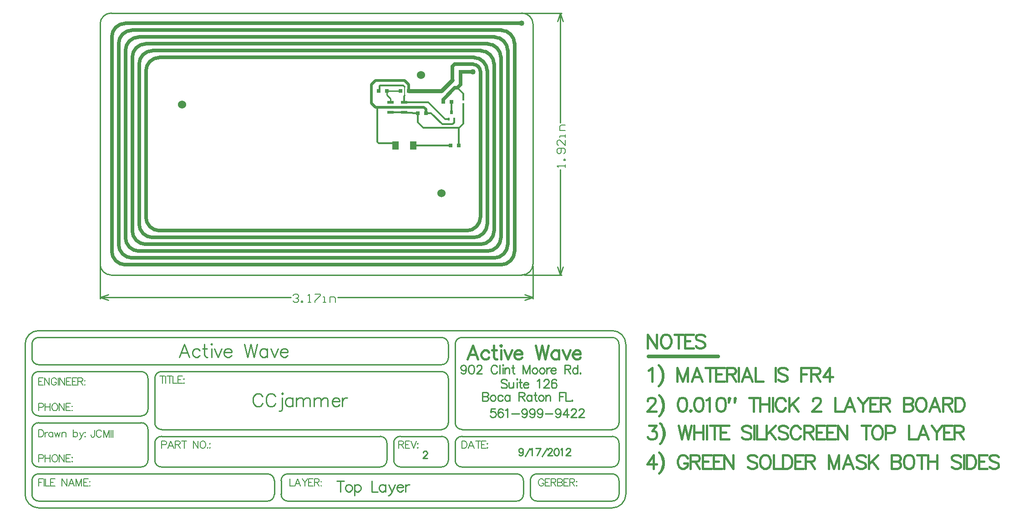
<source format=gtl>
%FSLAX25Y25*%
%MOIN*%
G70*
G01*
G75*
G04 Layer_Physical_Order=1*
G04 Layer_Color=255*
%ADD10C,0.02500*%
%ADD11C,0.06000*%
%ADD12R,0.05000X0.02000*%
%ADD13R,0.03000X0.03000*%
%ADD14R,0.01575X0.01575*%
%ADD15R,0.01575X0.02362*%
%ADD16R,0.01969X0.02756*%
%ADD17R,0.05118X0.06299*%
%ADD18C,0.01000*%
%ADD19C,0.02000*%
%ADD20C,0.01200*%
%ADD21C,0.03000*%
%ADD22C,0.00800*%
%ADD23C,0.00600*%
%ADD24C,0.00900*%
%ADD25C,0.01500*%
%ADD26C,0.00500*%
%ADD27C,0.04000*%
D10*
X18500Y184500D02*
G03*
X8500Y174500I0J-10000D01*
G01*
Y17500D02*
G03*
X18500Y7500I10000J0D01*
G01*
X293500D02*
G03*
X303500Y17500I0J10000D01*
G01*
Y169500D02*
G03*
X293500Y179500I-10000J0D01*
G01*
X23500D02*
G03*
X13500Y169500I0J-10000D01*
G01*
Y22500D02*
G03*
X23500Y12500I10000J0D01*
G01*
X288500D02*
G03*
X298500Y22500I0J10000D01*
G01*
Y164500D02*
G03*
X288500Y174500I-10000J0D01*
G01*
X28500D02*
G03*
X18500Y164500I0J-10000D01*
G01*
Y27500D02*
G03*
X28500Y17500I10000J0D01*
G01*
X283500D02*
G03*
X293500Y27500I0J10000D01*
G01*
Y159500D02*
G03*
X283500Y169500I-10000J0D01*
G01*
X33500D02*
G03*
X23500Y159500I0J-10000D01*
G01*
Y32500D02*
G03*
X33500Y22500I10000J0D01*
G01*
X278500D02*
G03*
X288500Y32500I0J10000D01*
G01*
Y154500D02*
G03*
X278500Y164500I-10000J0D01*
G01*
X38500D02*
G03*
X28500Y154500I0J-10000D01*
G01*
Y37500D02*
G03*
X38500Y27500I10000J0D01*
G01*
X273500D02*
G03*
X283500Y37500I0J10000D01*
G01*
Y149500D02*
G03*
X273500Y159500I-10000J0D01*
G01*
X278500Y149000D02*
G03*
X273000Y154500I-5500J0D01*
G01*
X268500Y32500D02*
G03*
X278500Y42500I0J10000D01*
G01*
X33500D02*
G03*
X43500Y32500I10000J0D01*
G01*
Y159500D02*
G03*
X33500Y149500I0J-10000D01*
G01*
X18500Y184500D02*
X308500D01*
X8500Y17500D02*
Y174500D01*
X18500Y7500D02*
X293500D01*
X303500Y17500D02*
Y169500D01*
X23500Y179500D02*
X293500D01*
X13500Y22500D02*
Y169500D01*
X23500Y12500D02*
X288500D01*
X298500Y22500D02*
Y164500D01*
X28500Y174500D02*
X288500D01*
X18500Y27500D02*
Y164500D01*
X28500Y17500D02*
X283500D01*
X293500Y27500D02*
Y159500D01*
X33500Y169500D02*
X283500D01*
X23500Y32500D02*
Y159500D01*
X33500Y22500D02*
X278500D01*
X288500Y32500D02*
Y154500D01*
X38500Y164500D02*
X278500D01*
X28500Y37500D02*
Y154500D01*
X38500Y27500D02*
X273500D01*
X283500Y37500D02*
Y149500D01*
X256000Y159500D02*
X273500D01*
X62500D02*
X256000D01*
X278500Y42500D02*
Y149000D01*
X259500Y154500D02*
X273000D01*
X43500Y32500D02*
X268500D01*
X33500Y42500D02*
Y149500D01*
X43500Y159500D02*
X62500D01*
X261577Y137177D02*
X264000Y139600D01*
X251200Y126800D02*
Y128700D01*
X259734Y137234D02*
X261519D01*
X251200Y128700D02*
X259734Y137234D01*
X264000Y139600D02*
Y143000D01*
Y149000D01*
X258000Y143000D02*
Y149000D01*
Y153000D01*
X259500Y154500D01*
X264000Y149000D02*
X273000D01*
X401800Y-59700D02*
X452800D01*
D11*
X235000Y146500D02*
D03*
X60000Y125000D02*
D03*
X250000Y60000D02*
D03*
D12*
X212600Y119150D02*
D03*
Y122950D02*
D03*
X222600Y119150D02*
D03*
X212600Y126650D02*
D03*
X222600D02*
D03*
D13*
X264000Y143000D02*
D03*
X258000D02*
D03*
X264000Y149000D02*
D03*
X258000D02*
D03*
X232600Y118600D02*
D03*
X238600D02*
D03*
X219900Y135000D02*
D03*
X225900D02*
D03*
X251200Y126800D02*
D03*
X257200D02*
D03*
X204100Y134900D02*
D03*
X210100D02*
D03*
X262800Y95100D02*
D03*
X256800D02*
D03*
D14*
X265900Y125325D02*
D03*
Y128475D02*
D03*
D15*
X259169Y114250D02*
D03*
X255231D02*
D03*
D16*
X257200Y119369D02*
D03*
D17*
X229196Y94800D02*
D03*
X216204D02*
D03*
D18*
X210100Y131900D02*
X212600Y129400D01*
Y126650D02*
Y129400D01*
X210100Y131900D02*
Y134900D01*
X210200Y135000D01*
X219900D01*
X225450Y122950D02*
X225500Y123000D01*
X175966Y-150902D02*
Y-158900D01*
X173300Y-150902D02*
X178632D01*
X181489Y-153568D02*
X180727Y-153949D01*
X179965Y-154710D01*
X179584Y-155853D01*
Y-156615D01*
X179965Y-157757D01*
X180727Y-158519D01*
X181489Y-158900D01*
X182631D01*
X183393Y-158519D01*
X184155Y-157757D01*
X184536Y-156615D01*
Y-155853D01*
X184155Y-154710D01*
X183393Y-153949D01*
X182631Y-153568D01*
X181489D01*
X186288D02*
Y-161566D01*
Y-154710D02*
X187049Y-153949D01*
X187811Y-153568D01*
X188954D01*
X189716Y-153949D01*
X190477Y-154710D01*
X190858Y-155853D01*
Y-156615D01*
X190477Y-157757D01*
X189716Y-158519D01*
X188954Y-158900D01*
X187811D01*
X187049Y-158519D01*
X186288Y-157757D01*
X198856Y-150902D02*
Y-158900D01*
X203427D01*
X208873Y-153568D02*
Y-158900D01*
Y-154710D02*
X208112Y-153949D01*
X207350Y-153568D01*
X206207D01*
X205446Y-153949D01*
X204684Y-154710D01*
X204303Y-155853D01*
Y-156615D01*
X204684Y-157757D01*
X205446Y-158519D01*
X206207Y-158900D01*
X207350D01*
X208112Y-158519D01*
X208873Y-157757D01*
X211387Y-153568D02*
X213672Y-158900D01*
X215957Y-153568D02*
X213672Y-158900D01*
X212911Y-160424D01*
X212149Y-161185D01*
X211387Y-161566D01*
X211006D01*
X217291Y-155853D02*
X221861D01*
Y-155091D01*
X221480Y-154330D01*
X221099Y-153949D01*
X220338Y-153568D01*
X219195D01*
X218433Y-153949D01*
X217671Y-154710D01*
X217291Y-155853D01*
Y-156615D01*
X217671Y-157757D01*
X218433Y-158519D01*
X219195Y-158900D01*
X220338D01*
X221099Y-158519D01*
X221861Y-157757D01*
X223575Y-153568D02*
Y-158900D01*
Y-155853D02*
X223956Y-154710D01*
X224718Y-153949D01*
X225479Y-153568D01*
X226622D01*
X310500Y192000D02*
X338000D01*
X310500Y0D02*
X338000D01*
X337000Y111495D02*
Y192000D01*
Y0D02*
Y77305D01*
X335000Y186000D02*
X337000Y192000D01*
X339000Y186000D01*
X337000Y0D02*
X339000Y6000D01*
X335000D02*
X337000Y0D01*
X317000Y-17500D02*
Y6516D01*
X0Y-17500D02*
Y6516D01*
X173995Y-16500D02*
X317000D01*
X0D02*
X139805D01*
X311000Y-14500D02*
X317000Y-16500D01*
X311000Y-18500D02*
X317000Y-16500D01*
X0D02*
X6000Y-18500D01*
X0Y-16500D02*
X6000Y-14500D01*
X-16Y8016D02*
G03*
X8000Y0I8016J0D01*
G01*
X8016Y192016D02*
G03*
X0Y184000I0J-8016D01*
G01*
X317016Y183984D02*
G03*
X309000Y192000I-8016J0D01*
G01*
Y0D02*
G03*
X317016Y8016I0J8016D01*
G01*
X8000Y0D02*
X309000D01*
X0Y8016D02*
Y184000D01*
X317000Y8016D02*
Y183984D01*
X8016Y192000D02*
X309000D01*
X127501Y-150794D02*
G03*
X122502Y-145794I-5000J0D01*
G01*
X122618Y-165794D02*
G03*
X127499Y-160827I84J4800D01*
G01*
X137502Y-145794D02*
G03*
X132501Y-150794I0J-5000D01*
G01*
Y-160794D02*
G03*
X137414Y-165793I5000J0D01*
G01*
X310001Y-150794D02*
G03*
X305001Y-145794I-5000J0D01*
G01*
X305118Y-165794D02*
G03*
X309999Y-160827I84J4800D01*
G01*
X315002Y-160894D02*
G03*
X319987Y-165793I4900J0D01*
G01*
X320002Y-145794D02*
G03*
X315002Y-150794I0J-5000D01*
G01*
X35002Y-75694D02*
G03*
X30101Y-70794I-4900J0D01*
G01*
X30202Y-103294D02*
G03*
X35002Y-98494I0J4800D01*
G01*
Y-113194D02*
G03*
X29930Y-108297I-4900J0D01*
G01*
X40001Y-108394D02*
G03*
X44901Y-113294I4900J0D01*
G01*
X40001Y-135894D02*
G03*
X44901Y-140794I4900J0D01*
G01*
X30101D02*
G03*
X35002Y-135894I0J4900D01*
G01*
X210001Y-123194D02*
G03*
X205101Y-118294I-4900J0D01*
G01*
Y-140794D02*
G03*
X210001Y-135809I0J4900D01*
G01*
X215002Y-135694D02*
G03*
X220012Y-140793I5100J0D01*
G01*
X219801Y-118294D02*
G03*
X215008Y-123345I0J-4800D01*
G01*
X45002Y-118294D02*
G03*
X40001Y-123294I0J-5000D01*
G01*
X45001Y-70794D02*
G03*
X40001Y-75794I0J-5000D01*
G01*
X-49999Y-135794D02*
G03*
X-45086Y-140793I5000J0D01*
G01*
X-44998Y-108294D02*
G03*
X-49999Y-113294I0J-5000D01*
G01*
Y-98294D02*
G03*
X-44998Y-103294I5000J0D01*
G01*
Y-70794D02*
G03*
X-49999Y-75794I0J-5000D01*
G01*
Y-60794D02*
G03*
X-44998Y-65794I5000J0D01*
G01*
Y-45794D02*
G03*
X-49999Y-50794I0J-5000D01*
G01*
X255001D02*
G03*
X250002Y-45794I-5000J0D01*
G01*
X265002D02*
G03*
X260001Y-50794I0J-5000D01*
G01*
X250002Y-65794D02*
G03*
X255001Y-60794I0J5000D01*
G01*
Y-75794D02*
G03*
X250002Y-70794I-5000J0D01*
G01*
X-44998Y-145794D02*
G03*
X-49999Y-150794I0J-5000D01*
G01*
X250089Y-113294D02*
G03*
X255002Y-108294I-87J5000D01*
G01*
X-49999Y-160794D02*
G03*
X-45086Y-165793I5000J0D01*
G01*
X255001Y-123194D02*
G03*
X250101Y-118294I-4900J0D01*
G01*
X260001Y-135894D02*
G03*
X264987Y-140793I4900J0D01*
G01*
X250002Y-140794D02*
G03*
X255001Y-135794I0J5000D01*
G01*
X375002Y-165794D02*
G03*
X380001Y-160794I0J5000D01*
G01*
X380002Y-150707D02*
G03*
X375002Y-145793I-5000J-87D01*
G01*
Y-140794D02*
G03*
X380001Y-135794I0J5000D01*
G01*
Y-50694D02*
G03*
X374931Y-45797I-4900J0D01*
G01*
X385001Y-50794D02*
G03*
X375002Y-40794I-10000J0D01*
G01*
Y-170794D02*
G03*
X385001Y-160794I0J10000D01*
G01*
X-54998Y-160694D02*
G03*
X-45075Y-170792I10100J0D01*
G01*
X-44998Y-40794D02*
G03*
X-54998Y-50794I0J-10000D01*
G01*
X260001Y-108294D02*
G03*
X265002Y-113294I5000J0D01*
G01*
X375002D02*
G03*
X380001Y-108294I0J5000D01*
G01*
X265002Y-118294D02*
G03*
X260001Y-123294I0J-5000D01*
G01*
X380001Y-123194D02*
G03*
X375101Y-118294I-4900J0D01*
G01*
X137502Y-165794D02*
X305001D01*
X-44998D02*
X122502D01*
X-44998Y-145794D02*
X122502D01*
X137502D02*
X305001D01*
X320002Y-165794D02*
X375002D01*
X320002Y-145794D02*
X375002D01*
X-44998Y-45794D02*
X250002D01*
X-44998Y-170794D02*
X375002D01*
X-44998Y-40794D02*
X375002D01*
X-44998Y-140794D02*
X30002D01*
X-44998Y-108294D02*
X30002D01*
X-44998Y-103294D02*
X30002D01*
X-44998Y-70794D02*
X30002D01*
X-44998Y-65794D02*
X250002D01*
X45002Y-70794D02*
X250002D01*
X45002Y-118294D02*
X205001D01*
X45002Y-140794D02*
X205001D01*
X220002D02*
X250002D01*
X220002Y-118294D02*
X250002D01*
X265002Y-140794D02*
X375002D01*
X265002Y-45794D02*
X375002D01*
X45002Y-113294D02*
X250002D01*
X265002D02*
X375002D01*
X265002Y-118294D02*
X375002D01*
X127501Y-160794D02*
Y-150794D01*
X132501Y-160794D02*
Y-150794D01*
X310001Y-160794D02*
Y-150794D01*
X315002Y-160794D02*
Y-150794D01*
X385001Y-160794D02*
Y-50794D01*
X-49999Y-135794D02*
Y-113294D01*
X35002Y-135794D02*
Y-113294D01*
X-49999Y-98294D02*
Y-75794D01*
X35002Y-98294D02*
Y-75794D01*
X-49999Y-60794D02*
Y-50794D01*
X255001Y-60794D02*
Y-50794D01*
Y-108294D02*
Y-75794D01*
X40001Y-108294D02*
Y-75794D01*
X210001Y-135794D02*
Y-123294D01*
X40001Y-135794D02*
Y-123294D01*
X215002Y-135794D02*
Y-123294D01*
X255001Y-135794D02*
Y-123294D01*
X380001Y-160794D02*
Y-150794D01*
X-49999Y-160794D02*
Y-150794D01*
X-54998Y-160794D02*
Y-50794D01*
X260001Y-108294D02*
Y-50794D01*
X380001Y-108294D02*
Y-50794D01*
X260001Y-135794D02*
Y-123294D01*
X380001Y-135794D02*
Y-123194D01*
X297875Y-77392D02*
X297266Y-76782D01*
X296352Y-76478D01*
X295133D01*
X294219Y-76782D01*
X293609Y-77392D01*
Y-78001D01*
X293914Y-78611D01*
X294219Y-78915D01*
X294828Y-79220D01*
X296656Y-79829D01*
X297266Y-80134D01*
X297570Y-80439D01*
X297875Y-81048D01*
Y-81962D01*
X297266Y-82572D01*
X296352Y-82876D01*
X295133D01*
X294219Y-82572D01*
X293609Y-81962D01*
X299307Y-78611D02*
Y-81658D01*
X299612Y-82572D01*
X300221Y-82876D01*
X301135D01*
X301745Y-82572D01*
X302659Y-81658D01*
Y-78611D02*
Y-82876D01*
X304944Y-76478D02*
X305249Y-76782D01*
X305554Y-76478D01*
X305249Y-76173D01*
X304944Y-76478D01*
X305249Y-78611D02*
Y-82876D01*
X307595Y-76478D02*
Y-81658D01*
X307900Y-82572D01*
X308509Y-82876D01*
X309119D01*
X306681Y-78611D02*
X308814D01*
X310033Y-80439D02*
X313689D01*
Y-79829D01*
X313384Y-79220D01*
X313080Y-78915D01*
X312470Y-78611D01*
X311556D01*
X310947Y-78915D01*
X310337Y-79525D01*
X310033Y-80439D01*
Y-81048D01*
X310337Y-81962D01*
X310947Y-82572D01*
X311556Y-82876D01*
X312470D01*
X313080Y-82572D01*
X313689Y-81962D01*
X320088Y-77697D02*
X320697Y-77392D01*
X321611Y-76478D01*
Y-82876D01*
X325085Y-78001D02*
Y-77697D01*
X325389Y-77087D01*
X325694Y-76782D01*
X326303Y-76478D01*
X327522D01*
X328132Y-76782D01*
X328436Y-77087D01*
X328741Y-77697D01*
Y-78306D01*
X328436Y-78915D01*
X327827Y-79829D01*
X324780Y-82876D01*
X329046D01*
X334134Y-77392D02*
X333829Y-76782D01*
X332915Y-76478D01*
X332306D01*
X331392Y-76782D01*
X330783Y-77697D01*
X330478Y-79220D01*
Y-80743D01*
X330783Y-81962D01*
X331392Y-82572D01*
X332306Y-82876D01*
X332611D01*
X333525Y-82572D01*
X334134Y-81962D01*
X334439Y-81048D01*
Y-80743D01*
X334134Y-79829D01*
X333525Y-79220D01*
X332611Y-78915D01*
X332306D01*
X331392Y-79220D01*
X330783Y-79829D01*
X330478Y-80743D01*
X289266Y-97978D02*
X286219D01*
X285914Y-100720D01*
X286219Y-100415D01*
X287133Y-100111D01*
X288047D01*
X288961Y-100415D01*
X289570Y-101025D01*
X289875Y-101939D01*
Y-102548D01*
X289570Y-103462D01*
X288961Y-104072D01*
X288047Y-104376D01*
X287133D01*
X286219Y-104072D01*
X285914Y-103767D01*
X285610Y-103158D01*
X294964Y-98892D02*
X294659Y-98282D01*
X293745Y-97978D01*
X293135D01*
X292221Y-98282D01*
X291612Y-99196D01*
X291307Y-100720D01*
Y-102243D01*
X291612Y-103462D01*
X292221Y-104072D01*
X293135Y-104376D01*
X293440D01*
X294354Y-104072D01*
X294964Y-103462D01*
X295268Y-102548D01*
Y-102243D01*
X294964Y-101329D01*
X294354Y-100720D01*
X293440Y-100415D01*
X293135D01*
X292221Y-100720D01*
X291612Y-101329D01*
X291307Y-102243D01*
X296670Y-99196D02*
X297279Y-98892D01*
X298193Y-97978D01*
Y-104376D01*
X301362Y-101634D02*
X306847D01*
X312697Y-100111D02*
X312392Y-101025D01*
X311783Y-101634D01*
X310869Y-101939D01*
X310564D01*
X309650Y-101634D01*
X309041Y-101025D01*
X308736Y-100111D01*
Y-99806D01*
X309041Y-98892D01*
X309650Y-98282D01*
X310564Y-97978D01*
X310869D01*
X311783Y-98282D01*
X312392Y-98892D01*
X312697Y-100111D01*
Y-101634D01*
X312392Y-103158D01*
X311783Y-104072D01*
X310869Y-104376D01*
X310259D01*
X309345Y-104072D01*
X309041Y-103462D01*
X318395Y-100111D02*
X318090Y-101025D01*
X317481Y-101634D01*
X316567Y-101939D01*
X316262D01*
X315348Y-101634D01*
X314738Y-101025D01*
X314434Y-100111D01*
Y-99806D01*
X314738Y-98892D01*
X315348Y-98282D01*
X316262Y-97978D01*
X316567D01*
X317481Y-98282D01*
X318090Y-98892D01*
X318395Y-100111D01*
Y-101634D01*
X318090Y-103158D01*
X317481Y-104072D01*
X316567Y-104376D01*
X315957D01*
X315043Y-104072D01*
X314738Y-103462D01*
X324093Y-100111D02*
X323788Y-101025D01*
X323179Y-101634D01*
X322265Y-101939D01*
X321960D01*
X321046Y-101634D01*
X320436Y-101025D01*
X320132Y-100111D01*
Y-99806D01*
X320436Y-98892D01*
X321046Y-98282D01*
X321960Y-97978D01*
X322265D01*
X323179Y-98282D01*
X323788Y-98892D01*
X324093Y-100111D01*
Y-101634D01*
X323788Y-103158D01*
X323179Y-104072D01*
X322265Y-104376D01*
X321655D01*
X320741Y-104072D01*
X320436Y-103462D01*
X325829Y-101634D02*
X331314D01*
X337164Y-100111D02*
X336859Y-101025D01*
X336250Y-101634D01*
X335336Y-101939D01*
X335031D01*
X334117Y-101634D01*
X333508Y-101025D01*
X333203Y-100111D01*
Y-99806D01*
X333508Y-98892D01*
X334117Y-98282D01*
X335031Y-97978D01*
X335336D01*
X336250Y-98282D01*
X336859Y-98892D01*
X337164Y-100111D01*
Y-101634D01*
X336859Y-103158D01*
X336250Y-104072D01*
X335336Y-104376D01*
X334727D01*
X333812Y-104072D01*
X333508Y-103462D01*
X341948Y-97978D02*
X338901Y-102243D01*
X343471D01*
X341948Y-97978D02*
Y-104376D01*
X344903Y-99501D02*
Y-99196D01*
X345208Y-98587D01*
X345513Y-98282D01*
X346122Y-97978D01*
X347341D01*
X347950Y-98282D01*
X348255Y-98587D01*
X348560Y-99196D01*
Y-99806D01*
X348255Y-100415D01*
X347646Y-101329D01*
X344599Y-104376D01*
X348865D01*
X350601Y-99501D02*
Y-99196D01*
X350906Y-98587D01*
X351211Y-98282D01*
X351820Y-97978D01*
X353039D01*
X353648Y-98282D01*
X353953Y-98587D01*
X354258Y-99196D01*
Y-99806D01*
X353953Y-100415D01*
X353344Y-101329D01*
X350297Y-104376D01*
X354562D01*
X268071Y-68111D02*
X267766Y-69025D01*
X267156Y-69634D01*
X266242Y-69939D01*
X265938D01*
X265024Y-69634D01*
X264414Y-69025D01*
X264109Y-68111D01*
Y-67806D01*
X264414Y-66892D01*
X265024Y-66282D01*
X265938Y-65978D01*
X266242D01*
X267156Y-66282D01*
X267766Y-66892D01*
X268071Y-68111D01*
Y-69634D01*
X267766Y-71158D01*
X267156Y-72072D01*
X266242Y-72376D01*
X265633D01*
X264719Y-72072D01*
X264414Y-71462D01*
X271636Y-65978D02*
X270721Y-66282D01*
X270112Y-67197D01*
X269807Y-68720D01*
Y-69634D01*
X270112Y-71158D01*
X270721Y-72072D01*
X271636Y-72376D01*
X272245D01*
X273159Y-72072D01*
X273768Y-71158D01*
X274073Y-69634D01*
Y-68720D01*
X273768Y-67197D01*
X273159Y-66282D01*
X272245Y-65978D01*
X271636D01*
X275810Y-67501D02*
Y-67197D01*
X276115Y-66587D01*
X276419Y-66282D01*
X277029Y-65978D01*
X278247D01*
X278857Y-66282D01*
X279162Y-66587D01*
X279466Y-67197D01*
Y-67806D01*
X279162Y-68415D01*
X278552Y-69329D01*
X275505Y-72376D01*
X279771D01*
X290801Y-67501D02*
X290496Y-66892D01*
X289887Y-66282D01*
X289277Y-65978D01*
X288059D01*
X287449Y-66282D01*
X286840Y-66892D01*
X286535Y-67501D01*
X286230Y-68415D01*
Y-69939D01*
X286535Y-70853D01*
X286840Y-71462D01*
X287449Y-72072D01*
X288059Y-72376D01*
X289277D01*
X289887Y-72072D01*
X290496Y-71462D01*
X290801Y-70853D01*
X292599Y-65978D02*
Y-72376D01*
X294549Y-65978D02*
X294853Y-66282D01*
X295158Y-65978D01*
X294853Y-65673D01*
X294549Y-65978D01*
X294853Y-68111D02*
Y-72376D01*
X296285Y-68111D02*
Y-72376D01*
Y-69329D02*
X297200Y-68415D01*
X297809Y-68111D01*
X298723D01*
X299332Y-68415D01*
X299637Y-69329D01*
Y-72376D01*
X302227Y-65978D02*
Y-71158D01*
X302532Y-72072D01*
X303141Y-72376D01*
X303750D01*
X301313Y-68111D02*
X303446D01*
X309692Y-65978D02*
Y-72376D01*
Y-65978D02*
X312130Y-72376D01*
X314567Y-65978D02*
X312130Y-72376D01*
X314567Y-65978D02*
Y-72376D01*
X317919Y-68111D02*
X317309Y-68415D01*
X316700Y-69025D01*
X316395Y-69939D01*
Y-70548D01*
X316700Y-71462D01*
X317309Y-72072D01*
X317919Y-72376D01*
X318833D01*
X319442Y-72072D01*
X320052Y-71462D01*
X320356Y-70548D01*
Y-69939D01*
X320052Y-69025D01*
X319442Y-68415D01*
X318833Y-68111D01*
X317919D01*
X323282D02*
X322672Y-68415D01*
X322063Y-69025D01*
X321758Y-69939D01*
Y-70548D01*
X322063Y-71462D01*
X322672Y-72072D01*
X323282Y-72376D01*
X324196D01*
X324805Y-72072D01*
X325414Y-71462D01*
X325719Y-70548D01*
Y-69939D01*
X325414Y-69025D01*
X324805Y-68415D01*
X324196Y-68111D01*
X323282D01*
X327121D02*
Y-72376D01*
Y-69939D02*
X327425Y-69025D01*
X328035Y-68415D01*
X328644Y-68111D01*
X329558D01*
X330137Y-69939D02*
X333794D01*
Y-69329D01*
X333489Y-68720D01*
X333184Y-68415D01*
X332575Y-68111D01*
X331661D01*
X331051Y-68415D01*
X330442Y-69025D01*
X330137Y-69939D01*
Y-70548D01*
X330442Y-71462D01*
X331051Y-72072D01*
X331661Y-72376D01*
X332575D01*
X333184Y-72072D01*
X333794Y-71462D01*
X340192Y-65978D02*
Y-72376D01*
Y-65978D02*
X342934D01*
X343849Y-66282D01*
X344153Y-66587D01*
X344458Y-67197D01*
Y-67806D01*
X344153Y-68415D01*
X343849Y-68720D01*
X342934Y-69025D01*
X340192D01*
X342325D02*
X344458Y-72376D01*
X349546Y-65978D02*
Y-72376D01*
Y-69025D02*
X348937Y-68415D01*
X348328Y-68111D01*
X347413D01*
X346804Y-68415D01*
X346195Y-69025D01*
X345890Y-69939D01*
Y-70548D01*
X346195Y-71462D01*
X346804Y-72072D01*
X347413Y-72376D01*
X348328D01*
X348937Y-72072D01*
X349546Y-71462D01*
X351557Y-71767D02*
X351253Y-72072D01*
X351557Y-72376D01*
X351862Y-72072D01*
X351557Y-71767D01*
X280110Y-85978D02*
Y-92376D01*
Y-85978D02*
X282852D01*
X283766Y-86282D01*
X284070Y-86587D01*
X284375Y-87196D01*
Y-87806D01*
X284070Y-88415D01*
X283766Y-88720D01*
X282852Y-89025D01*
X280110D02*
X282852D01*
X283766Y-89329D01*
X284070Y-89634D01*
X284375Y-90244D01*
Y-91158D01*
X284070Y-91767D01*
X283766Y-92072D01*
X282852Y-92376D01*
X280110D01*
X287331Y-88111D02*
X286721Y-88415D01*
X286112Y-89025D01*
X285807Y-89939D01*
Y-90548D01*
X286112Y-91462D01*
X286721Y-92072D01*
X287331Y-92376D01*
X288245D01*
X288854Y-92072D01*
X289464Y-91462D01*
X289768Y-90548D01*
Y-89939D01*
X289464Y-89025D01*
X288854Y-88415D01*
X288245Y-88111D01*
X287331D01*
X294826Y-89025D02*
X294217Y-88415D01*
X293607Y-88111D01*
X292693D01*
X292084Y-88415D01*
X291475Y-89025D01*
X291170Y-89939D01*
Y-90548D01*
X291475Y-91462D01*
X292084Y-92072D01*
X292693Y-92376D01*
X293607D01*
X294217Y-92072D01*
X294826Y-91462D01*
X299854Y-88111D02*
Y-92376D01*
Y-89025D02*
X299244Y-88415D01*
X298635Y-88111D01*
X297721D01*
X297112Y-88415D01*
X296502Y-89025D01*
X296197Y-89939D01*
Y-90548D01*
X296502Y-91462D01*
X297112Y-92072D01*
X297721Y-92376D01*
X298635D01*
X299244Y-92072D01*
X299854Y-91462D01*
X306588Y-85978D02*
Y-92376D01*
Y-85978D02*
X309330D01*
X310244Y-86282D01*
X310549Y-86587D01*
X310853Y-87196D01*
Y-87806D01*
X310549Y-88415D01*
X310244Y-88720D01*
X309330Y-89025D01*
X306588D01*
X308720D02*
X310853Y-92376D01*
X315942Y-88111D02*
Y-92376D01*
Y-89025D02*
X315332Y-88415D01*
X314723Y-88111D01*
X313809D01*
X313199Y-88415D01*
X312590Y-89025D01*
X312285Y-89939D01*
Y-90548D01*
X312590Y-91462D01*
X313199Y-92072D01*
X313809Y-92376D01*
X314723D01*
X315332Y-92072D01*
X315942Y-91462D01*
X318562Y-85978D02*
Y-91158D01*
X318867Y-92072D01*
X319476Y-92376D01*
X320086D01*
X317648Y-88111D02*
X319781D01*
X322523D02*
X321914Y-88415D01*
X321304Y-89025D01*
X321000Y-89939D01*
Y-90548D01*
X321304Y-91462D01*
X321914Y-92072D01*
X322523Y-92376D01*
X323437D01*
X324047Y-92072D01*
X324656Y-91462D01*
X324961Y-90548D01*
Y-89939D01*
X324656Y-89025D01*
X324047Y-88415D01*
X323437Y-88111D01*
X322523D01*
X326362D02*
Y-92376D01*
Y-89329D02*
X327276Y-88415D01*
X327886Y-88111D01*
X328800D01*
X329409Y-88415D01*
X329714Y-89329D01*
Y-92376D01*
X336417Y-85978D02*
Y-92376D01*
Y-85978D02*
X340378D01*
X336417Y-89025D02*
X338855D01*
X341110Y-85978D02*
Y-92376D01*
X344766D01*
X345772Y-91767D02*
X345467Y-92072D01*
X345772Y-92376D01*
X346076Y-92072D01*
X345772Y-91767D01*
D19*
X212600Y122950D02*
X225450D01*
X251050Y126650D02*
X251200Y126800D01*
X225450Y122950D02*
X237050D01*
X238500Y121500D01*
Y118700D02*
Y121500D01*
Y118700D02*
X238600Y118600D01*
X198500Y126000D02*
X201550Y122950D01*
X198500Y126000D02*
Y139500D01*
X201500Y142500D01*
X223000D01*
X226000Y139500D01*
Y135100D02*
Y139500D01*
X225900Y135000D02*
X226000Y135100D01*
X229196Y94800D02*
X229496Y95100D01*
X214504Y96500D02*
X216204Y94800D01*
X203000Y122450D02*
X203500Y122950D01*
X201550D02*
X203500D01*
X212600D01*
D20*
X222600Y119150D02*
X222750Y119000D01*
X228500D01*
X228900Y118600D01*
X232600D01*
X232685Y118685D01*
X212600Y119150D02*
X222600D01*
X257200Y119500D02*
Y126800D01*
X265900Y128475D02*
Y132853D01*
X261577Y137177D02*
X265900Y132853D01*
Y110900D02*
Y125325D01*
X232500Y118500D02*
X232600Y118600D01*
X232500Y112000D02*
Y118500D01*
X263000Y108000D02*
X265900Y110900D01*
X232500Y112000D02*
X236500Y108000D01*
X263000D01*
X222600Y126650D02*
X240350D01*
X259169Y111669D02*
Y114250D01*
X238600Y118600D02*
X242400D01*
X258000Y110500D02*
X259169Y111669D01*
X242400Y118600D02*
X250500Y110500D01*
X258000D01*
X252750Y114250D02*
X255231D01*
X240350Y126650D02*
X252750Y114250D01*
X222600Y131100D02*
X223000Y131500D01*
X222600Y126650D02*
Y131100D01*
X204100Y134900D02*
X204500Y135300D01*
Y138500D01*
X205000Y139000D01*
X222000D01*
X223000Y138000D01*
X229496Y95100D02*
X256800D01*
X204000Y96500D02*
X214504D01*
X203000Y97500D02*
X204000Y96500D01*
X203000Y97500D02*
Y99500D01*
Y122450D01*
X262800Y95100D02*
Y107800D01*
X263000Y108000D01*
D21*
X225900Y135000D02*
X250000D01*
X258000Y143000D01*
D22*
X223000Y131500D02*
Y138000D01*
X-4163Y-113567D02*
Y-117630D01*
X-4417Y-118392D01*
X-4671Y-118646D01*
X-5179Y-118900D01*
X-5686D01*
X-6194Y-118646D01*
X-6448Y-118392D01*
X-6702Y-117630D01*
Y-117122D01*
X1017Y-114837D02*
X763Y-114329D01*
X255Y-113821D01*
X-253Y-113567D01*
X-1268D01*
X-1776Y-113821D01*
X-2284Y-114329D01*
X-2538Y-114837D01*
X-2792Y-115599D01*
Y-116868D01*
X-2538Y-117630D01*
X-2284Y-118138D01*
X-1776Y-118646D01*
X-1268Y-118900D01*
X-253D01*
X255Y-118646D01*
X763Y-118138D01*
X1017Y-117630D01*
X2515Y-113567D02*
Y-118900D01*
Y-113567D02*
X4546Y-118900D01*
X6578Y-113567D02*
X4546Y-118900D01*
X6578Y-113567D02*
Y-118900D01*
X8101Y-113567D02*
Y-118900D01*
X9218Y-113567D02*
Y-118900D01*
D23*
X340599Y78905D02*
Y80904D01*
Y79905D01*
X334601D01*
X335601Y78905D01*
X340599Y83903D02*
X339599D01*
Y84903D01*
X340599D01*
Y83903D01*
X339599Y88902D02*
X340599Y89901D01*
Y91901D01*
X339599Y92901D01*
X335601D01*
X334601Y91901D01*
Y89901D01*
X335601Y88902D01*
X336600D01*
X337600Y89901D01*
Y92901D01*
X340599Y98899D02*
Y94900D01*
X336600Y98899D01*
X335601D01*
X334601Y97899D01*
Y95899D01*
X335601Y94900D01*
X340599Y100898D02*
Y102897D01*
Y101898D01*
X336600D01*
Y100898D01*
X340599Y105896D02*
X336600D01*
Y108895D01*
X337600Y109895D01*
X340599D01*
X141405Y-15101D02*
X142405Y-14101D01*
X144404D01*
X145404Y-15101D01*
Y-16100D01*
X144404Y-17100D01*
X143404D01*
X144404D01*
X145404Y-18100D01*
Y-19099D01*
X144404Y-20099D01*
X142405D01*
X141405Y-19099D01*
X147403Y-20099D02*
Y-19099D01*
X148403D01*
Y-20099D01*
X147403D01*
X152401D02*
X154401D01*
X153401D01*
Y-14101D01*
X152401Y-15101D01*
X157400Y-14101D02*
X161398D01*
Y-15101D01*
X157400Y-19099D01*
Y-20099D01*
X163398D02*
X165397D01*
X164398D01*
Y-16100D01*
X163398D01*
X168396Y-20099D02*
Y-16100D01*
X171395D01*
X172395Y-17100D01*
Y-20099D01*
D24*
X309779Y-128785D02*
X309525Y-129547D01*
X309018Y-130055D01*
X308256Y-130309D01*
X308002D01*
X307240Y-130055D01*
X306733Y-129547D01*
X306479Y-128785D01*
Y-128531D01*
X306733Y-127769D01*
X307240Y-127262D01*
X308002Y-127008D01*
X308256D01*
X309018Y-127262D01*
X309525Y-127769D01*
X309779Y-128785D01*
Y-130055D01*
X309525Y-131324D01*
X309018Y-132086D01*
X308256Y-132340D01*
X307748D01*
X306986Y-132086D01*
X306733Y-131578D01*
X311227Y-133102D02*
X314782Y-127008D01*
X315137Y-128023D02*
X315645Y-127769D01*
X316407Y-127008D01*
Y-132340D01*
X322602Y-127008D02*
X320063Y-132340D01*
X319047Y-127008D02*
X322602D01*
X323796Y-133102D02*
X327350Y-127008D01*
X327960Y-128277D02*
Y-128023D01*
X328214Y-127516D01*
X328468Y-127262D01*
X328976Y-127008D01*
X329991D01*
X330499Y-127262D01*
X330753Y-127516D01*
X331007Y-128023D01*
Y-128531D01*
X330753Y-129039D01*
X330245Y-129801D01*
X327706Y-132340D01*
X331261D01*
X333978Y-127008D02*
X333216Y-127262D01*
X332708Y-128023D01*
X332454Y-129293D01*
Y-130055D01*
X332708Y-131324D01*
X333216Y-132086D01*
X333978Y-132340D01*
X334486D01*
X335247Y-132086D01*
X335755Y-131324D01*
X336009Y-130055D01*
Y-129293D01*
X335755Y-128023D01*
X335247Y-127262D01*
X334486Y-127008D01*
X333978D01*
X337203Y-128023D02*
X337710Y-127769D01*
X338472Y-127008D01*
Y-132340D01*
X341367Y-128277D02*
Y-128023D01*
X341621Y-127516D01*
X341875Y-127262D01*
X342382Y-127008D01*
X343398D01*
X343906Y-127262D01*
X344160Y-127516D01*
X344414Y-128023D01*
Y-128531D01*
X344160Y-129039D01*
X343652Y-129801D01*
X341113Y-132340D01*
X344668D01*
X65314Y-60294D02*
X61658Y-50696D01*
X58001Y-60294D01*
X59373Y-57095D02*
X63943D01*
X73038Y-55267D02*
X72124Y-54352D01*
X71210Y-53895D01*
X69839D01*
X68925Y-54352D01*
X68011Y-55267D01*
X67554Y-56638D01*
Y-57552D01*
X68011Y-58923D01*
X68925Y-59837D01*
X69839Y-60294D01*
X71210D01*
X72124Y-59837D01*
X73038Y-58923D01*
X76466Y-50696D02*
Y-58466D01*
X76923Y-59837D01*
X77837Y-60294D01*
X78751D01*
X75095Y-53895D02*
X78294D01*
X81036Y-50696D02*
X81494Y-51153D01*
X81950Y-50696D01*
X81494Y-50239D01*
X81036Y-50696D01*
X81494Y-53895D02*
Y-60294D01*
X83642Y-53895D02*
X86384Y-60294D01*
X89126Y-53895D02*
X86384Y-60294D01*
X90680Y-56638D02*
X96165D01*
Y-55724D01*
X95708Y-54809D01*
X95250Y-54352D01*
X94336Y-53895D01*
X92965D01*
X92051Y-54352D01*
X91137Y-55267D01*
X90680Y-56638D01*
Y-57552D01*
X91137Y-58923D01*
X92051Y-59837D01*
X92965Y-60294D01*
X94336D01*
X95250Y-59837D01*
X96165Y-58923D01*
X105763Y-50696D02*
X108048Y-60294D01*
X110333Y-50696D02*
X108048Y-60294D01*
X110333Y-50696D02*
X112618Y-60294D01*
X114903Y-50696D02*
X112618Y-60294D01*
X122308Y-53895D02*
Y-60294D01*
Y-55267D02*
X121394Y-54352D01*
X120479Y-53895D01*
X119108D01*
X118194Y-54352D01*
X117280Y-55267D01*
X116823Y-56638D01*
Y-57552D01*
X117280Y-58923D01*
X118194Y-59837D01*
X119108Y-60294D01*
X120479D01*
X121394Y-59837D01*
X122308Y-58923D01*
X124867Y-53895D02*
X127609Y-60294D01*
X130352Y-53895D02*
X127609Y-60294D01*
X131905Y-56638D02*
X137390D01*
Y-55724D01*
X136933Y-54809D01*
X136476Y-54352D01*
X135562Y-53895D01*
X134191D01*
X133277Y-54352D01*
X132363Y-55267D01*
X131905Y-56638D01*
Y-57552D01*
X132363Y-58923D01*
X133277Y-59837D01*
X134191Y-60294D01*
X135562D01*
X136476Y-59837D01*
X137390Y-58923D01*
X118856Y-89187D02*
X118399Y-88273D01*
X117484Y-87359D01*
X116570Y-86902D01*
X114742D01*
X113828Y-87359D01*
X112914Y-88273D01*
X112457Y-89187D01*
X112000Y-90558D01*
Y-92844D01*
X112457Y-94215D01*
X112914Y-95129D01*
X113828Y-96043D01*
X114742Y-96500D01*
X116570D01*
X117484Y-96043D01*
X118399Y-95129D01*
X118856Y-94215D01*
X128408Y-89187D02*
X127951Y-88273D01*
X127037Y-87359D01*
X126123Y-86902D01*
X124294D01*
X123380Y-87359D01*
X122466Y-88273D01*
X122009Y-89187D01*
X121552Y-90558D01*
Y-92844D01*
X122009Y-94215D01*
X122466Y-95129D01*
X123380Y-96043D01*
X124294Y-96500D01*
X126123D01*
X127037Y-96043D01*
X127951Y-95129D01*
X128408Y-94215D01*
X132933Y-86902D02*
X133390Y-87359D01*
X133847Y-86902D01*
X133390Y-86445D01*
X132933Y-86902D01*
X133390Y-90101D02*
Y-97871D01*
X132933Y-99242D01*
X132019Y-99699D01*
X131105D01*
X141114Y-90101D02*
Y-96500D01*
Y-91473D02*
X140200Y-90558D01*
X139286Y-90101D01*
X137914D01*
X137000Y-90558D01*
X136086Y-91473D01*
X135629Y-92844D01*
Y-93758D01*
X136086Y-95129D01*
X137000Y-96043D01*
X137914Y-96500D01*
X139286D01*
X140200Y-96043D01*
X141114Y-95129D01*
X143673Y-90101D02*
Y-96500D01*
Y-91930D02*
X145044Y-90558D01*
X145958Y-90101D01*
X147330D01*
X148244Y-90558D01*
X148701Y-91930D01*
Y-96500D01*
Y-91930D02*
X150072Y-90558D01*
X150986Y-90101D01*
X152357D01*
X153271Y-90558D01*
X153728Y-91930D01*
Y-96500D01*
X156745Y-90101D02*
Y-96500D01*
Y-91930D02*
X158116Y-90558D01*
X159030Y-90101D01*
X160401D01*
X161315Y-90558D01*
X161772Y-91930D01*
Y-96500D01*
Y-91930D02*
X163143Y-90558D01*
X164057Y-90101D01*
X165428D01*
X166343Y-90558D01*
X166800Y-91930D01*
Y-96500D01*
X169816Y-92844D02*
X175301D01*
Y-91930D01*
X174844Y-91015D01*
X174387Y-90558D01*
X173472Y-90101D01*
X172101D01*
X171187Y-90558D01*
X170273Y-91473D01*
X169816Y-92844D01*
Y-93758D01*
X170273Y-95129D01*
X171187Y-96043D01*
X172101Y-96500D01*
X173472D01*
X174387Y-96043D01*
X175301Y-95129D01*
X177357Y-90101D02*
Y-96500D01*
Y-92844D02*
X177814Y-91473D01*
X178728Y-90558D01*
X179643Y-90101D01*
X181014D01*
X236505Y-130481D02*
Y-130227D01*
X236759Y-129720D01*
X237013Y-129466D01*
X237521Y-129212D01*
X238537D01*
X239044Y-129466D01*
X239298Y-129720D01*
X239552Y-130227D01*
Y-130735D01*
X239298Y-131243D01*
X238790Y-132005D01*
X236251Y-134544D01*
X239806D01*
D25*
X276727Y-61876D02*
X272918Y-51878D01*
X269110Y-61876D01*
X270538Y-58544D02*
X275299D01*
X284773Y-56639D02*
X283821Y-55687D01*
X282868Y-55211D01*
X281440D01*
X280488Y-55687D01*
X279536Y-56639D01*
X279060Y-58068D01*
Y-59020D01*
X279536Y-60448D01*
X280488Y-61400D01*
X281440Y-61876D01*
X282868D01*
X283821Y-61400D01*
X284773Y-60448D01*
X288343Y-51878D02*
Y-59972D01*
X288820Y-61400D01*
X289772Y-61876D01*
X290724D01*
X286915Y-55211D02*
X290248D01*
X293104Y-51878D02*
X293580Y-52355D01*
X294057Y-51878D01*
X293580Y-51402D01*
X293104Y-51878D01*
X293580Y-55211D02*
Y-61876D01*
X295818Y-55211D02*
X298675Y-61876D01*
X301531Y-55211D02*
X298675Y-61876D01*
X303150Y-58068D02*
X308863D01*
Y-57116D01*
X308387Y-56163D01*
X307911Y-55687D01*
X306959Y-55211D01*
X305530D01*
X304578Y-55687D01*
X303626Y-56639D01*
X303150Y-58068D01*
Y-59020D01*
X303626Y-60448D01*
X304578Y-61400D01*
X305530Y-61876D01*
X306959D01*
X307911Y-61400D01*
X308863Y-60448D01*
X318861Y-51878D02*
X321241Y-61876D01*
X323622Y-51878D02*
X321241Y-61876D01*
X323622Y-51878D02*
X326002Y-61876D01*
X328382Y-51878D02*
X326002Y-61876D01*
X336095Y-55211D02*
Y-61876D01*
Y-56639D02*
X335143Y-55687D01*
X334191Y-55211D01*
X332763D01*
X331810Y-55687D01*
X330858Y-56639D01*
X330382Y-58068D01*
Y-59020D01*
X330858Y-60448D01*
X331810Y-61400D01*
X332763Y-61876D01*
X334191D01*
X335143Y-61400D01*
X336095Y-60448D01*
X338761Y-55211D02*
X341618Y-61876D01*
X344474Y-55211D02*
X341618Y-61876D01*
X346093Y-58068D02*
X351806D01*
Y-57116D01*
X351330Y-56163D01*
X350854Y-55687D01*
X349902Y-55211D01*
X348473D01*
X347521Y-55687D01*
X346569Y-56639D01*
X346093Y-58068D01*
Y-59020D01*
X346569Y-60448D01*
X347521Y-61400D01*
X348473Y-61876D01*
X349902D01*
X350854Y-61400D01*
X351806Y-60448D01*
X401100Y-43602D02*
Y-53600D01*
Y-43602D02*
X407765Y-53600D01*
Y-43602D02*
Y-53600D01*
X413383Y-43602D02*
X412431Y-44078D01*
X411479Y-45030D01*
X411003Y-45983D01*
X410527Y-47411D01*
Y-49791D01*
X411003Y-51220D01*
X411479Y-52172D01*
X412431Y-53124D01*
X413383Y-53600D01*
X415287D01*
X416240Y-53124D01*
X417192Y-52172D01*
X417668Y-51220D01*
X418144Y-49791D01*
Y-47411D01*
X417668Y-45983D01*
X417192Y-45030D01*
X416240Y-44078D01*
X415287Y-43602D01*
X413383D01*
X423809D02*
Y-53600D01*
X420477Y-43602D02*
X427142D01*
X434521D02*
X428332D01*
Y-53600D01*
X434521D01*
X428332Y-48363D02*
X432141D01*
X442853Y-45030D02*
X441901Y-44078D01*
X440473Y-43602D01*
X438568D01*
X437140Y-44078D01*
X436188Y-45030D01*
Y-45983D01*
X436664Y-46935D01*
X437140Y-47411D01*
X438092Y-47887D01*
X440949Y-48839D01*
X441901Y-49315D01*
X442377Y-49791D01*
X442853Y-50744D01*
Y-52172D01*
X441901Y-53124D01*
X440473Y-53600D01*
X438568D01*
X437140Y-53124D01*
X436188Y-52172D01*
X401800Y-69907D02*
X402752Y-69430D01*
X404180Y-68002D01*
Y-78000D01*
X409132Y-66098D02*
X410084Y-67050D01*
X411036Y-68478D01*
X411988Y-70383D01*
X412464Y-72763D01*
Y-74667D01*
X411988Y-77048D01*
X411036Y-78952D01*
X410084Y-80380D01*
X409132Y-81333D01*
X410084Y-67050D02*
X411036Y-68954D01*
X411512Y-70383D01*
X411988Y-72763D01*
Y-74667D01*
X411512Y-77048D01*
X411036Y-78476D01*
X410084Y-80380D01*
X422748Y-68002D02*
Y-78000D01*
Y-68002D02*
X426557Y-78000D01*
X430365Y-68002D02*
X426557Y-78000D01*
X430365Y-68002D02*
Y-78000D01*
X440839D02*
X437031Y-68002D01*
X433222Y-78000D01*
X434650Y-74667D02*
X439411D01*
X446505Y-68002D02*
Y-78000D01*
X443172Y-68002D02*
X449837D01*
X457217D02*
X451027D01*
Y-78000D01*
X457217D01*
X451027Y-72763D02*
X454836D01*
X458883Y-68002D02*
Y-78000D01*
Y-68002D02*
X463168D01*
X464596Y-68478D01*
X465072Y-68954D01*
X465548Y-69907D01*
Y-70859D01*
X465072Y-71811D01*
X464596Y-72287D01*
X463168Y-72763D01*
X458883D01*
X462216D02*
X465548Y-78000D01*
X467786Y-68002D02*
Y-78000D01*
X477498D02*
X473689Y-68002D01*
X469881Y-78000D01*
X471309Y-74667D02*
X476070D01*
X479831Y-68002D02*
Y-78000D01*
X485544D01*
X494494Y-68002D02*
Y-78000D01*
X503255Y-69430D02*
X502302Y-68478D01*
X500874Y-68002D01*
X498970D01*
X497541Y-68478D01*
X496589Y-69430D01*
Y-70383D01*
X497065Y-71335D01*
X497541Y-71811D01*
X498494Y-72287D01*
X501350Y-73239D01*
X502302Y-73715D01*
X502778Y-74191D01*
X503255Y-75143D01*
Y-76572D01*
X502302Y-77524D01*
X500874Y-78000D01*
X498970D01*
X497541Y-77524D01*
X496589Y-76572D01*
X513347Y-68002D02*
Y-78000D01*
Y-68002D02*
X519537D01*
X513347Y-72763D02*
X517156D01*
X520679Y-68002D02*
Y-78000D01*
Y-68002D02*
X524964D01*
X526392Y-68478D01*
X526868Y-68954D01*
X527345Y-69907D01*
Y-70859D01*
X526868Y-71811D01*
X526392Y-72287D01*
X524964Y-72763D01*
X520679D01*
X524012D02*
X527345Y-78000D01*
X534343Y-68002D02*
X529582Y-74667D01*
X536724D01*
X534343Y-68002D02*
Y-78000D01*
X400976Y-92283D02*
Y-91807D01*
X401452Y-90854D01*
X401928Y-90378D01*
X402880Y-89902D01*
X404785D01*
X405737Y-90378D01*
X406213Y-90854D01*
X406689Y-91807D01*
Y-92759D01*
X406213Y-93711D01*
X405261Y-95139D01*
X400500Y-99900D01*
X407165D01*
X409403Y-87998D02*
X410355Y-88950D01*
X411307Y-90378D01*
X412259Y-92283D01*
X412736Y-94663D01*
Y-96567D01*
X412259Y-98948D01*
X411307Y-100852D01*
X410355Y-102280D01*
X409403Y-103233D01*
X410355Y-88950D02*
X411307Y-90854D01*
X411783Y-92283D01*
X412259Y-94663D01*
Y-96567D01*
X411783Y-98948D01*
X411307Y-100376D01*
X410355Y-102280D01*
X425876Y-89902D02*
X424447Y-90378D01*
X423495Y-91807D01*
X423019Y-94187D01*
Y-95615D01*
X423495Y-97996D01*
X424447Y-99424D01*
X425876Y-99900D01*
X426828D01*
X428256Y-99424D01*
X429208Y-97996D01*
X429684Y-95615D01*
Y-94187D01*
X429208Y-91807D01*
X428256Y-90378D01*
X426828Y-89902D01*
X425876D01*
X432398Y-98948D02*
X431922Y-99424D01*
X432398Y-99900D01*
X432874Y-99424D01*
X432398Y-98948D01*
X437921Y-89902D02*
X436492Y-90378D01*
X435540Y-91807D01*
X435064Y-94187D01*
Y-95615D01*
X435540Y-97996D01*
X436492Y-99424D01*
X437921Y-99900D01*
X438873D01*
X440301Y-99424D01*
X441253Y-97996D01*
X441729Y-95615D01*
Y-94187D01*
X441253Y-91807D01*
X440301Y-90378D01*
X438873Y-89902D01*
X437921D01*
X443967Y-91807D02*
X444919Y-91330D01*
X446347Y-89902D01*
Y-99900D01*
X454155Y-89902D02*
X452727Y-90378D01*
X451775Y-91807D01*
X451299Y-94187D01*
Y-95615D01*
X451775Y-97996D01*
X452727Y-99424D01*
X454155Y-99900D01*
X455107D01*
X456536Y-99424D01*
X457488Y-97996D01*
X457964Y-95615D01*
Y-94187D01*
X457488Y-91807D01*
X456536Y-90378D01*
X455107Y-89902D01*
X454155D01*
X460678D02*
X460202Y-90378D01*
Y-93235D01*
X460678Y-90378D02*
X460202Y-93235D01*
X460678Y-89902D02*
X461154Y-90378D01*
X460202Y-93235D01*
X464962Y-89902D02*
X464486Y-90378D01*
Y-93235D01*
X464962Y-90378D02*
X464486Y-93235D01*
X464962Y-89902D02*
X465438Y-90378D01*
X464486Y-93235D01*
X478721Y-89902D02*
Y-99900D01*
X475389Y-89902D02*
X482054D01*
X483244D02*
Y-99900D01*
X489909Y-89902D02*
Y-99900D01*
X483244Y-94663D02*
X489909D01*
X492671Y-89902D02*
Y-99900D01*
X501907Y-92283D02*
X501431Y-91330D01*
X500479Y-90378D01*
X499526Y-89902D01*
X497622D01*
X496670Y-90378D01*
X495718Y-91330D01*
X495242Y-92283D01*
X494766Y-93711D01*
Y-96091D01*
X495242Y-97520D01*
X495718Y-98472D01*
X496670Y-99424D01*
X497622Y-99900D01*
X499526D01*
X500479Y-99424D01*
X501431Y-98472D01*
X501907Y-97520D01*
X504716Y-89902D02*
Y-99900D01*
X511381Y-89902D02*
X504716Y-96567D01*
X507096Y-94187D02*
X511381Y-99900D01*
X521950Y-92283D02*
Y-91807D01*
X522426Y-90854D01*
X522902Y-90378D01*
X523854Y-89902D01*
X525759D01*
X526711Y-90378D01*
X527187Y-90854D01*
X527663Y-91807D01*
Y-92759D01*
X527187Y-93711D01*
X526235Y-95139D01*
X521474Y-99900D01*
X528139D01*
X538232Y-89902D02*
Y-99900D01*
X543945D01*
X552658D02*
X548849Y-89902D01*
X545040Y-99900D01*
X546469Y-96567D02*
X551230D01*
X554991Y-89902D02*
X558799Y-94663D01*
Y-99900D01*
X562608Y-89902D02*
X558799Y-94663D01*
X570083Y-89902D02*
X563894D01*
Y-99900D01*
X570083D01*
X563894Y-94663D02*
X567702D01*
X571749Y-89902D02*
Y-99900D01*
Y-89902D02*
X576034D01*
X577462Y-90378D01*
X577938Y-90854D01*
X578414Y-91807D01*
Y-92759D01*
X577938Y-93711D01*
X577462Y-94187D01*
X576034Y-94663D01*
X571749D01*
X575082D02*
X578414Y-99900D01*
X588507Y-89902D02*
Y-99900D01*
Y-89902D02*
X592792D01*
X594220Y-90378D01*
X594697Y-90854D01*
X595173Y-91807D01*
Y-92759D01*
X594697Y-93711D01*
X594220Y-94187D01*
X592792Y-94663D01*
X588507D02*
X592792D01*
X594220Y-95139D01*
X594697Y-95615D01*
X595173Y-96567D01*
Y-97996D01*
X594697Y-98948D01*
X594220Y-99424D01*
X592792Y-99900D01*
X588507D01*
X600267Y-89902D02*
X599314Y-90378D01*
X598362Y-91330D01*
X597886Y-92283D01*
X597410Y-93711D01*
Y-96091D01*
X597886Y-97520D01*
X598362Y-98472D01*
X599314Y-99424D01*
X600267Y-99900D01*
X602171D01*
X603123Y-99424D01*
X604075Y-98472D01*
X604552Y-97520D01*
X605028Y-96091D01*
Y-93711D01*
X604552Y-92283D01*
X604075Y-91330D01*
X603123Y-90378D01*
X602171Y-89902D01*
X600267D01*
X614978Y-99900D02*
X611169Y-89902D01*
X607360Y-99900D01*
X608789Y-96567D02*
X613550D01*
X617311Y-89902D02*
Y-99900D01*
Y-89902D02*
X621595D01*
X623024Y-90378D01*
X623500Y-90854D01*
X623976Y-91807D01*
Y-92759D01*
X623500Y-93711D01*
X623024Y-94187D01*
X621595Y-94663D01*
X617311D01*
X620643D02*
X623976Y-99900D01*
X626214Y-89902D02*
Y-99900D01*
Y-89902D02*
X629546D01*
X630974Y-90378D01*
X631927Y-91330D01*
X632403Y-92283D01*
X632879Y-93711D01*
Y-96091D01*
X632403Y-97520D01*
X631927Y-98472D01*
X630974Y-99424D01*
X629546Y-99900D01*
X626214D01*
X401952Y-110502D02*
X407189D01*
X404333Y-114311D01*
X405761D01*
X406713Y-114787D01*
X407189Y-115263D01*
X407665Y-116691D01*
Y-117643D01*
X407189Y-119072D01*
X406237Y-120024D01*
X404809Y-120500D01*
X403380D01*
X401952Y-120024D01*
X401476Y-119548D01*
X401000Y-118596D01*
X409903Y-108598D02*
X410855Y-109550D01*
X411807Y-110978D01*
X412759Y-112883D01*
X413236Y-115263D01*
Y-117167D01*
X412759Y-119548D01*
X411807Y-121452D01*
X410855Y-122880D01*
X409903Y-123833D01*
X410855Y-109550D02*
X411807Y-111454D01*
X412283Y-112883D01*
X412759Y-115263D01*
Y-117167D01*
X412283Y-119548D01*
X411807Y-120976D01*
X410855Y-122880D01*
X423519Y-110502D02*
X425899Y-120500D01*
X428280Y-110502D02*
X425899Y-120500D01*
X428280Y-110502D02*
X430660Y-120500D01*
X433041Y-110502D02*
X430660Y-120500D01*
X435040Y-110502D02*
Y-120500D01*
X441706Y-110502D02*
Y-120500D01*
X435040Y-115263D02*
X441706D01*
X444467Y-110502D02*
Y-120500D01*
X449894Y-110502D02*
Y-120500D01*
X446562Y-110502D02*
X453227D01*
X460606D02*
X454417D01*
Y-120500D01*
X460606D01*
X454417Y-115263D02*
X458226D01*
X476793Y-111930D02*
X475841Y-110978D01*
X474413Y-110502D01*
X472508D01*
X471080Y-110978D01*
X470128Y-111930D01*
Y-112883D01*
X470604Y-113835D01*
X471080Y-114311D01*
X472032Y-114787D01*
X474889Y-115739D01*
X475841Y-116215D01*
X476317Y-116691D01*
X476793Y-117643D01*
Y-119072D01*
X475841Y-120024D01*
X474413Y-120500D01*
X472508D01*
X471080Y-120024D01*
X470128Y-119072D01*
X479031Y-110502D02*
Y-120500D01*
X481126Y-110502D02*
Y-120500D01*
X486839D01*
X487934Y-110502D02*
Y-120500D01*
X494599Y-110502D02*
X487934Y-117167D01*
X490314Y-114787D02*
X494599Y-120500D01*
X503502Y-111930D02*
X502550Y-110978D01*
X501121Y-110502D01*
X499217D01*
X497789Y-110978D01*
X496837Y-111930D01*
Y-112883D01*
X497313Y-113835D01*
X497789Y-114311D01*
X498741Y-114787D01*
X501597Y-115739D01*
X502550Y-116215D01*
X503026Y-116691D01*
X503502Y-117643D01*
Y-119072D01*
X502550Y-120024D01*
X501121Y-120500D01*
X499217D01*
X497789Y-120024D01*
X496837Y-119072D01*
X512881Y-112883D02*
X512405Y-111930D01*
X511452Y-110978D01*
X510500Y-110502D01*
X508596D01*
X507644Y-110978D01*
X506692Y-111930D01*
X506215Y-112883D01*
X505739Y-114311D01*
Y-116691D01*
X506215Y-118120D01*
X506692Y-119072D01*
X507644Y-120024D01*
X508596Y-120500D01*
X510500D01*
X511452Y-120024D01*
X512405Y-119072D01*
X512881Y-118120D01*
X515690Y-110502D02*
Y-120500D01*
Y-110502D02*
X519975D01*
X521403Y-110978D01*
X521879Y-111454D01*
X522355Y-112407D01*
Y-113359D01*
X521879Y-114311D01*
X521403Y-114787D01*
X519975Y-115263D01*
X515690D01*
X519022D02*
X522355Y-120500D01*
X530782Y-110502D02*
X524593D01*
Y-120500D01*
X530782D01*
X524593Y-115263D02*
X528401D01*
X538637Y-110502D02*
X532448D01*
Y-120500D01*
X538637D01*
X532448Y-115263D02*
X536257D01*
X540304Y-110502D02*
Y-120500D01*
Y-110502D02*
X546969Y-120500D01*
Y-110502D02*
Y-120500D01*
X560918Y-110502D02*
Y-120500D01*
X557585Y-110502D02*
X564251D01*
X568297D02*
X567345Y-110978D01*
X566393Y-111930D01*
X565917Y-112883D01*
X565441Y-114311D01*
Y-116691D01*
X565917Y-118120D01*
X566393Y-119072D01*
X567345Y-120024D01*
X568297Y-120500D01*
X570202D01*
X571154Y-120024D01*
X572106Y-119072D01*
X572582Y-118120D01*
X573058Y-116691D01*
Y-114311D01*
X572582Y-112883D01*
X572106Y-111930D01*
X571154Y-110978D01*
X570202Y-110502D01*
X568297D01*
X575391Y-115739D02*
X579676D01*
X581104Y-115263D01*
X581580Y-114787D01*
X582056Y-113835D01*
Y-112407D01*
X581580Y-111454D01*
X581104Y-110978D01*
X579676Y-110502D01*
X575391D01*
Y-120500D01*
X592149Y-110502D02*
Y-120500D01*
X597863D01*
X606575D02*
X602766Y-110502D01*
X598958Y-120500D01*
X600386Y-117167D02*
X605147D01*
X608908Y-110502D02*
X612716Y-115263D01*
Y-120500D01*
X616525Y-110502D02*
X612716Y-115263D01*
X624000Y-110502D02*
X617811D01*
Y-120500D01*
X624000D01*
X617811Y-115263D02*
X621619D01*
X625666Y-110502D02*
Y-120500D01*
Y-110502D02*
X629951D01*
X631379Y-110978D01*
X631855Y-111454D01*
X632331Y-112407D01*
Y-113359D01*
X631855Y-114311D01*
X631379Y-114787D01*
X629951Y-115263D01*
X625666D01*
X628999D02*
X632331Y-120500D01*
X405261Y-132002D02*
X400500Y-138667D01*
X407641D01*
X405261Y-132002D02*
Y-142000D01*
X409403Y-130098D02*
X410355Y-131050D01*
X411307Y-132478D01*
X412259Y-134383D01*
X412736Y-136763D01*
Y-138667D01*
X412259Y-141048D01*
X411307Y-142952D01*
X410355Y-144380D01*
X409403Y-145333D01*
X410355Y-131050D02*
X411307Y-132954D01*
X411783Y-134383D01*
X412259Y-136763D01*
Y-138667D01*
X411783Y-141048D01*
X411307Y-142476D01*
X410355Y-144380D01*
X430160Y-134383D02*
X429684Y-133430D01*
X428732Y-132478D01*
X427780Y-132002D01*
X425876D01*
X424923Y-132478D01*
X423971Y-133430D01*
X423495Y-134383D01*
X423019Y-135811D01*
Y-138191D01*
X423495Y-139620D01*
X423971Y-140572D01*
X424923Y-141524D01*
X425876Y-142000D01*
X427780D01*
X428732Y-141524D01*
X429684Y-140572D01*
X430160Y-139620D01*
Y-138191D01*
X427780D02*
X430160D01*
X432445Y-132002D02*
Y-142000D01*
Y-132002D02*
X436730D01*
X438159Y-132478D01*
X438635Y-132954D01*
X439111Y-133906D01*
Y-134859D01*
X438635Y-135811D01*
X438159Y-136287D01*
X436730Y-136763D01*
X432445D01*
X435778D02*
X439111Y-142000D01*
X447538Y-132002D02*
X441348D01*
Y-142000D01*
X447538D01*
X441348Y-136763D02*
X445157D01*
X455393Y-132002D02*
X449204D01*
Y-142000D01*
X455393D01*
X449204Y-136763D02*
X453013D01*
X457059Y-132002D02*
Y-142000D01*
Y-132002D02*
X463725Y-142000D01*
Y-132002D02*
Y-142000D01*
X481006Y-133430D02*
X480054Y-132478D01*
X478626Y-132002D01*
X476722D01*
X475293Y-132478D01*
X474341Y-133430D01*
Y-134383D01*
X474817Y-135335D01*
X475293Y-135811D01*
X476246Y-136287D01*
X479102Y-137239D01*
X480054Y-137715D01*
X480531Y-138191D01*
X481006Y-139144D01*
Y-140572D01*
X480054Y-141524D01*
X478626Y-142000D01*
X476722D01*
X475293Y-141524D01*
X474341Y-140572D01*
X486101Y-132002D02*
X485148Y-132478D01*
X484196Y-133430D01*
X483720Y-134383D01*
X483244Y-135811D01*
Y-138191D01*
X483720Y-139620D01*
X484196Y-140572D01*
X485148Y-141524D01*
X486101Y-142000D01*
X488005D01*
X488957Y-141524D01*
X489909Y-140572D01*
X490385Y-139620D01*
X490862Y-138191D01*
Y-135811D01*
X490385Y-134383D01*
X489909Y-133430D01*
X488957Y-132478D01*
X488005Y-132002D01*
X486101D01*
X493194D02*
Y-142000D01*
X498908D01*
X500002Y-132002D02*
Y-142000D01*
Y-132002D02*
X503335D01*
X504763Y-132478D01*
X505716Y-133430D01*
X506192Y-134383D01*
X506668Y-135811D01*
Y-138191D01*
X506192Y-139620D01*
X505716Y-140572D01*
X504763Y-141524D01*
X503335Y-142000D01*
X500002D01*
X515095Y-132002D02*
X508905D01*
Y-142000D01*
X515095D01*
X508905Y-136763D02*
X512714D01*
X516761Y-132002D02*
Y-142000D01*
Y-132002D02*
X521046D01*
X522474Y-132478D01*
X522950Y-132954D01*
X523426Y-133906D01*
Y-134859D01*
X522950Y-135811D01*
X522474Y-136287D01*
X521046Y-136763D01*
X516761D01*
X520093D02*
X523426Y-142000D01*
X533519Y-132002D02*
Y-142000D01*
Y-132002D02*
X537328Y-142000D01*
X541137Y-132002D02*
X537328Y-142000D01*
X541137Y-132002D02*
Y-142000D01*
X551611D02*
X547802Y-132002D01*
X543993Y-142000D01*
X545421Y-138667D02*
X550182D01*
X560608Y-133430D02*
X559656Y-132478D01*
X558228Y-132002D01*
X556324D01*
X554895Y-132478D01*
X553943Y-133430D01*
Y-134383D01*
X554419Y-135335D01*
X554895Y-135811D01*
X555848Y-136287D01*
X558704Y-137239D01*
X559656Y-137715D01*
X560132Y-138191D01*
X560608Y-139144D01*
Y-140572D01*
X559656Y-141524D01*
X558228Y-142000D01*
X556324D01*
X554895Y-141524D01*
X553943Y-140572D01*
X562846Y-132002D02*
Y-142000D01*
X569511Y-132002D02*
X562846Y-138667D01*
X565227Y-136287D02*
X569511Y-142000D01*
X579604Y-132002D02*
Y-142000D01*
Y-132002D02*
X583889D01*
X585318Y-132478D01*
X585794Y-132954D01*
X586270Y-133906D01*
Y-134859D01*
X585794Y-135811D01*
X585318Y-136287D01*
X583889Y-136763D01*
X579604D02*
X583889D01*
X585318Y-137239D01*
X585794Y-137715D01*
X586270Y-138667D01*
Y-140096D01*
X585794Y-141048D01*
X585318Y-141524D01*
X583889Y-142000D01*
X579604D01*
X591364Y-132002D02*
X590412Y-132478D01*
X589460Y-133430D01*
X588983Y-134383D01*
X588507Y-135811D01*
Y-138191D01*
X588983Y-139620D01*
X589460Y-140572D01*
X590412Y-141524D01*
X591364Y-142000D01*
X593268D01*
X594220Y-141524D01*
X595173Y-140572D01*
X595649Y-139620D01*
X596125Y-138191D01*
Y-135811D01*
X595649Y-134383D01*
X595173Y-133430D01*
X594220Y-132478D01*
X593268Y-132002D01*
X591364D01*
X601790D02*
Y-142000D01*
X598458Y-132002D02*
X605123D01*
X606313D02*
Y-142000D01*
X612978Y-132002D02*
Y-142000D01*
X606313Y-136763D02*
X612978D01*
X630260Y-133430D02*
X629308Y-132478D01*
X627880Y-132002D01*
X625976D01*
X624547Y-132478D01*
X623595Y-133430D01*
Y-134383D01*
X624071Y-135335D01*
X624547Y-135811D01*
X625499Y-136287D01*
X628356Y-137239D01*
X629308Y-137715D01*
X629784Y-138191D01*
X630260Y-139144D01*
Y-140572D01*
X629308Y-141524D01*
X627880Y-142000D01*
X625976D01*
X624547Y-141524D01*
X623595Y-140572D01*
X632498Y-132002D02*
Y-142000D01*
X634593Y-132002D02*
Y-142000D01*
Y-132002D02*
X637925D01*
X639354Y-132478D01*
X640306Y-133430D01*
X640782Y-134383D01*
X641258Y-135811D01*
Y-138191D01*
X640782Y-139620D01*
X640306Y-140572D01*
X639354Y-141524D01*
X637925Y-142000D01*
X634593D01*
X649685Y-132002D02*
X643496D01*
Y-142000D01*
X649685D01*
X643496Y-136763D02*
X647304D01*
X658016Y-133430D02*
X657064Y-132478D01*
X655636Y-132002D01*
X653731D01*
X652303Y-132478D01*
X651351Y-133430D01*
Y-134383D01*
X651827Y-135335D01*
X652303Y-135811D01*
X653255Y-136287D01*
X656112Y-137239D01*
X657064Y-137715D01*
X657540Y-138191D01*
X658016Y-139144D01*
Y-140572D01*
X657064Y-141524D01*
X655636Y-142000D01*
X653731D01*
X652303Y-141524D01*
X651351Y-140572D01*
D26*
X324810Y-150731D02*
X324556Y-150224D01*
X324048Y-149716D01*
X323541Y-149462D01*
X322525D01*
X322017Y-149716D01*
X321509Y-150224D01*
X321255Y-150731D01*
X321002Y-151493D01*
Y-152763D01*
X321255Y-153524D01*
X321509Y-154032D01*
X322017Y-154540D01*
X322525Y-154794D01*
X323541D01*
X324048Y-154540D01*
X324556Y-154032D01*
X324810Y-153524D01*
Y-152763D01*
X323541D02*
X324810D01*
X329330Y-149462D02*
X326029D01*
Y-154794D01*
X329330D01*
X326029Y-152001D02*
X328060D01*
X330219Y-149462D02*
Y-154794D01*
Y-149462D02*
X332504D01*
X333266Y-149716D01*
X333520Y-149970D01*
X333773Y-150478D01*
Y-150985D01*
X333520Y-151493D01*
X333266Y-151747D01*
X332504Y-152001D01*
X330219D01*
X331996D02*
X333773Y-154794D01*
X334967Y-149462D02*
Y-154794D01*
Y-149462D02*
X337252D01*
X338014Y-149716D01*
X338268Y-149970D01*
X338522Y-150478D01*
Y-150985D01*
X338268Y-151493D01*
X338014Y-151747D01*
X337252Y-152001D01*
X334967D02*
X337252D01*
X338014Y-152255D01*
X338268Y-152509D01*
X338522Y-153017D01*
Y-153778D01*
X338268Y-154286D01*
X338014Y-154540D01*
X337252Y-154794D01*
X334967D01*
X343016Y-149462D02*
X339715D01*
Y-154794D01*
X343016D01*
X339715Y-152001D02*
X341746D01*
X343905Y-149462D02*
Y-154794D01*
Y-149462D02*
X346190D01*
X346952Y-149716D01*
X347205Y-149970D01*
X347459Y-150478D01*
Y-150985D01*
X347205Y-151493D01*
X346952Y-151747D01*
X346190Y-152001D01*
X343905D01*
X345682D02*
X347459Y-154794D01*
X348907Y-151239D02*
X348653Y-151493D01*
X348907Y-151747D01*
X349161Y-151493D01*
X348907Y-151239D01*
Y-154286D02*
X348653Y-154540D01*
X348907Y-154794D01*
X349161Y-154540D01*
X348907Y-154286D01*
X-44998Y-149462D02*
Y-154794D01*
Y-149462D02*
X-41698D01*
X-44998Y-152001D02*
X-42967D01*
X-41088Y-149462D02*
Y-154794D01*
X-39971Y-149462D02*
Y-154794D01*
X-36924D01*
X-33039Y-149462D02*
X-36340D01*
Y-154794D01*
X-33039D01*
X-36340Y-152001D02*
X-34309D01*
X-27961Y-149462D02*
Y-154794D01*
Y-149462D02*
X-24406Y-154794D01*
Y-149462D02*
Y-154794D01*
X-18871D02*
X-20902Y-149462D01*
X-22933Y-154794D01*
X-22172Y-153017D02*
X-19632D01*
X-17627Y-149462D02*
Y-154794D01*
Y-149462D02*
X-15595Y-154794D01*
X-13564Y-149462D02*
X-15595Y-154794D01*
X-13564Y-149462D02*
Y-154794D01*
X-8739Y-149462D02*
X-12040D01*
Y-154794D01*
X-8739D01*
X-12040Y-152001D02*
X-10009D01*
X-7597Y-151239D02*
X-7851Y-151493D01*
X-7597Y-151747D01*
X-7343Y-151493D01*
X-7597Y-151239D01*
Y-154286D02*
X-7851Y-154540D01*
X-7597Y-154794D01*
X-7343Y-154540D01*
X-7597Y-154286D01*
X-44998Y-113462D02*
Y-118794D01*
Y-113462D02*
X-43221D01*
X-42459Y-113716D01*
X-41952Y-114224D01*
X-41698Y-114731D01*
X-41444Y-115493D01*
Y-116763D01*
X-41698Y-117525D01*
X-41952Y-118032D01*
X-42459Y-118540D01*
X-43221Y-118794D01*
X-44998D01*
X-40250Y-115239D02*
Y-118794D01*
Y-116763D02*
X-39996Y-116001D01*
X-39489Y-115493D01*
X-38981Y-115239D01*
X-38219D01*
X-34690D02*
Y-118794D01*
Y-116001D02*
X-35197Y-115493D01*
X-35705Y-115239D01*
X-36467D01*
X-36975Y-115493D01*
X-37483Y-116001D01*
X-37737Y-116763D01*
Y-117271D01*
X-37483Y-118032D01*
X-36975Y-118540D01*
X-36467Y-118794D01*
X-35705D01*
X-35197Y-118540D01*
X-34690Y-118032D01*
X-33268Y-115239D02*
X-32252Y-118794D01*
X-31236Y-115239D02*
X-32252Y-118794D01*
X-31236Y-115239D02*
X-30221Y-118794D01*
X-29205Y-115239D02*
X-30221Y-118794D01*
X-27961Y-115239D02*
Y-118794D01*
Y-116255D02*
X-27199Y-115493D01*
X-26691Y-115239D01*
X-25929D01*
X-25422Y-115493D01*
X-25168Y-116255D01*
Y-118794D01*
X-19582Y-113462D02*
Y-118794D01*
Y-116001D02*
X-19074Y-115493D01*
X-18566Y-115239D01*
X-17804D01*
X-17296Y-115493D01*
X-16789Y-116001D01*
X-16535Y-116763D01*
Y-117271D01*
X-16789Y-118032D01*
X-17296Y-118540D01*
X-17804Y-118794D01*
X-18566D01*
X-19074Y-118540D01*
X-19582Y-118032D01*
X-15138Y-115239D02*
X-13615Y-118794D01*
X-12091Y-115239D02*
X-13615Y-118794D01*
X-14122Y-119810D01*
X-14630Y-120318D01*
X-15138Y-120571D01*
X-15392D01*
X-10949Y-115239D02*
X-11202Y-115493D01*
X-10949Y-115747D01*
X-10695Y-115493D01*
X-10949Y-115239D01*
Y-118286D02*
X-11202Y-118540D01*
X-10949Y-118794D01*
X-10695Y-118540D01*
X-10949Y-118286D01*
X45529Y-74212D02*
Y-79544D01*
X43751Y-74212D02*
X47306D01*
X47941D02*
Y-79544D01*
X50836Y-74212D02*
Y-79544D01*
X49058Y-74212D02*
X52613D01*
X53248D02*
Y-79544D01*
X56295D01*
X60180Y-74212D02*
X56879D01*
Y-79544D01*
X60180D01*
X56879Y-76751D02*
X58910D01*
X61322Y-75989D02*
X61068Y-76243D01*
X61322Y-76497D01*
X61576Y-76243D01*
X61322Y-75989D01*
Y-79036D02*
X61068Y-79290D01*
X61322Y-79544D01*
X61576Y-79290D01*
X61322Y-79036D01*
X45002Y-124505D02*
X47287D01*
X48048Y-124251D01*
X48302Y-123997D01*
X48556Y-123489D01*
Y-122728D01*
X48302Y-122220D01*
X48048Y-121966D01*
X47287Y-121712D01*
X45002D01*
Y-127044D01*
X53812D02*
X51781Y-121712D01*
X49750Y-127044D01*
X50511Y-125267D02*
X53051D01*
X55057Y-121712D02*
Y-127044D01*
Y-121712D02*
X57342D01*
X58104Y-121966D01*
X58357Y-122220D01*
X58611Y-122728D01*
Y-123235D01*
X58357Y-123743D01*
X58104Y-123997D01*
X57342Y-124251D01*
X55057D01*
X56834D02*
X58611Y-127044D01*
X61582Y-121712D02*
Y-127044D01*
X59805Y-121712D02*
X63359D01*
X68184D02*
Y-127044D01*
Y-121712D02*
X71739Y-127044D01*
Y-121712D02*
Y-127044D01*
X74735Y-121712D02*
X74227Y-121966D01*
X73719Y-122474D01*
X73465Y-122981D01*
X73211Y-123743D01*
Y-125013D01*
X73465Y-125775D01*
X73719Y-126282D01*
X74227Y-126790D01*
X74735Y-127044D01*
X75751D01*
X76258Y-126790D01*
X76766Y-126282D01*
X77020Y-125775D01*
X77274Y-125013D01*
Y-123743D01*
X77020Y-122981D01*
X76766Y-122474D01*
X76258Y-121966D01*
X75751Y-121712D01*
X74735D01*
X78772Y-126536D02*
X78518Y-126790D01*
X78772Y-127044D01*
X79026Y-126790D01*
X78772Y-126536D01*
X80448Y-123489D02*
X80194Y-123743D01*
X80448Y-123997D01*
X80702Y-123743D01*
X80448Y-123489D01*
Y-126536D02*
X80194Y-126790D01*
X80448Y-127044D01*
X80702Y-126790D01*
X80448Y-126536D01*
X-41698Y-75462D02*
X-44998D01*
Y-80794D01*
X-41698D01*
X-44998Y-78001D02*
X-42967D01*
X-40809Y-75462D02*
Y-80794D01*
Y-75462D02*
X-37254Y-80794D01*
Y-75462D02*
Y-80794D01*
X-31973Y-76731D02*
X-32227Y-76224D01*
X-32734Y-75716D01*
X-33242Y-75462D01*
X-34258D01*
X-34766Y-75716D01*
X-35274Y-76224D01*
X-35528Y-76731D01*
X-35781Y-77493D01*
Y-78763D01*
X-35528Y-79524D01*
X-35274Y-80032D01*
X-34766Y-80540D01*
X-34258Y-80794D01*
X-33242D01*
X-32734Y-80540D01*
X-32227Y-80032D01*
X-31973Y-79524D01*
Y-78763D01*
X-33242D02*
X-31973D01*
X-30754Y-75462D02*
Y-80794D01*
X-29637Y-75462D02*
Y-80794D01*
Y-75462D02*
X-26082Y-80794D01*
Y-75462D02*
Y-80794D01*
X-21308Y-75462D02*
X-24609D01*
Y-80794D01*
X-21308D01*
X-24609Y-78001D02*
X-22578D01*
X-17119Y-75462D02*
X-20419D01*
Y-80794D01*
X-17119D01*
X-20419Y-78001D02*
X-18388D01*
X-16230Y-75462D02*
Y-80794D01*
Y-75462D02*
X-13945D01*
X-13183Y-75716D01*
X-12929Y-75970D01*
X-12675Y-76477D01*
Y-76985D01*
X-12929Y-77493D01*
X-13183Y-77747D01*
X-13945Y-78001D01*
X-16230D01*
X-14453D02*
X-12675Y-80794D01*
X-11228Y-77239D02*
X-11482Y-77493D01*
X-11228Y-77747D01*
X-10974Y-77493D01*
X-11228Y-77239D01*
Y-80286D02*
X-11482Y-80540D01*
X-11228Y-80794D01*
X-10974Y-80540D01*
X-11228Y-80286D01*
X139002Y-149462D02*
Y-154794D01*
X142049D01*
X146695D02*
X144664Y-149462D01*
X142632Y-154794D01*
X143394Y-153017D02*
X145933D01*
X147939Y-149462D02*
X149971Y-152001D01*
Y-154794D01*
X152002Y-149462D02*
X149971Y-152001D01*
X155988Y-149462D02*
X152688D01*
Y-154794D01*
X155988D01*
X152688Y-152001D02*
X154719D01*
X156877Y-149462D02*
Y-154794D01*
Y-149462D02*
X159162D01*
X159924Y-149716D01*
X160178Y-149970D01*
X160432Y-150478D01*
Y-150985D01*
X160178Y-151493D01*
X159924Y-151747D01*
X159162Y-152001D01*
X156877D01*
X158654D02*
X160432Y-154794D01*
X161879Y-151239D02*
X161625Y-151493D01*
X161879Y-151747D01*
X162133Y-151493D01*
X161879Y-151239D01*
Y-154286D02*
X161625Y-154540D01*
X161879Y-154794D01*
X162133Y-154540D01*
X161879Y-154286D01*
X-44998Y-134505D02*
X-42713D01*
X-41952Y-134251D01*
X-41698Y-133997D01*
X-41444Y-133489D01*
Y-132728D01*
X-41698Y-132220D01*
X-41952Y-131966D01*
X-42713Y-131712D01*
X-44998D01*
Y-137044D01*
X-40250Y-131712D02*
Y-137044D01*
X-36696Y-131712D02*
Y-137044D01*
X-40250Y-134251D02*
X-36696D01*
X-33699Y-131712D02*
X-34207Y-131966D01*
X-34715Y-132474D01*
X-34969Y-132981D01*
X-35223Y-133743D01*
Y-135013D01*
X-34969Y-135775D01*
X-34715Y-136282D01*
X-34207Y-136790D01*
X-33699Y-137044D01*
X-32684D01*
X-32176Y-136790D01*
X-31668Y-136282D01*
X-31414Y-135775D01*
X-31160Y-135013D01*
Y-133743D01*
X-31414Y-132981D01*
X-31668Y-132474D01*
X-32176Y-131966D01*
X-32684Y-131712D01*
X-33699D01*
X-29916D02*
Y-137044D01*
Y-131712D02*
X-26361Y-137044D01*
Y-131712D02*
Y-137044D01*
X-21587Y-131712D02*
X-24889D01*
Y-137044D01*
X-21587D01*
X-24889Y-134251D02*
X-22857D01*
X-20445Y-133489D02*
X-20699Y-133743D01*
X-20445Y-133997D01*
X-20191Y-133743D01*
X-20445Y-133489D01*
Y-136536D02*
X-20699Y-136790D01*
X-20445Y-137044D01*
X-20191Y-136790D01*
X-20445Y-136536D01*
X-44998Y-97005D02*
X-42713D01*
X-41952Y-96751D01*
X-41698Y-96497D01*
X-41444Y-95989D01*
Y-95227D01*
X-41698Y-94720D01*
X-41952Y-94466D01*
X-42713Y-94212D01*
X-44998D01*
Y-99544D01*
X-40250Y-94212D02*
Y-99544D01*
X-36696Y-94212D02*
Y-99544D01*
X-40250Y-96751D02*
X-36696D01*
X-33699Y-94212D02*
X-34207Y-94466D01*
X-34715Y-94974D01*
X-34969Y-95481D01*
X-35223Y-96243D01*
Y-97513D01*
X-34969Y-98274D01*
X-34715Y-98782D01*
X-34207Y-99290D01*
X-33699Y-99544D01*
X-32684D01*
X-32176Y-99290D01*
X-31668Y-98782D01*
X-31414Y-98274D01*
X-31160Y-97513D01*
Y-96243D01*
X-31414Y-95481D01*
X-31668Y-94974D01*
X-32176Y-94466D01*
X-32684Y-94212D01*
X-33699D01*
X-29916D02*
Y-99544D01*
Y-94212D02*
X-26361Y-99544D01*
Y-94212D02*
Y-99544D01*
X-21587Y-94212D02*
X-24889D01*
Y-99544D01*
X-21587D01*
X-24889Y-96751D02*
X-22857D01*
X-20445Y-95989D02*
X-20699Y-96243D01*
X-20445Y-96497D01*
X-20191Y-96243D01*
X-20445Y-95989D01*
Y-99036D02*
X-20699Y-99290D01*
X-20445Y-99544D01*
X-20191Y-99290D01*
X-20445Y-99036D01*
X218752Y-121712D02*
Y-127044D01*
Y-121712D02*
X221037D01*
X221798Y-121966D01*
X222052Y-122220D01*
X222306Y-122728D01*
Y-123235D01*
X222052Y-123743D01*
X221798Y-123997D01*
X221037Y-124251D01*
X218752D01*
X220529D02*
X222306Y-127044D01*
X226801Y-121712D02*
X223500D01*
Y-127044D01*
X226801D01*
X223500Y-124251D02*
X225531D01*
X227689Y-121712D02*
X229721Y-127044D01*
X231752Y-121712D02*
X229721Y-127044D01*
X232691Y-123489D02*
X232437Y-123743D01*
X232691Y-123997D01*
X232945Y-123743D01*
X232691Y-123489D01*
Y-126536D02*
X232437Y-126790D01*
X232691Y-127044D01*
X232945Y-126790D01*
X232691Y-126536D01*
X265002Y-121712D02*
Y-127044D01*
Y-121712D02*
X266779D01*
X267541Y-121966D01*
X268049Y-122474D01*
X268302Y-122981D01*
X268556Y-123743D01*
Y-125013D01*
X268302Y-125775D01*
X268049Y-126282D01*
X267541Y-126790D01*
X266779Y-127044D01*
X265002D01*
X273812D02*
X271781Y-121712D01*
X269750Y-127044D01*
X270511Y-125267D02*
X273051D01*
X276834Y-121712D02*
Y-127044D01*
X275057Y-121712D02*
X278611D01*
X282547D02*
X279246D01*
Y-127044D01*
X282547D01*
X279246Y-124251D02*
X281277D01*
X283690Y-123489D02*
X283436Y-123743D01*
X283690Y-123997D01*
X283944Y-123743D01*
X283690Y-123489D01*
Y-126536D02*
X283436Y-126790D01*
X283690Y-127044D01*
X283944Y-126790D01*
X283690Y-126536D01*
D27*
X308500Y184500D02*
D03*
X273000Y149000D02*
D03*
M02*

</source>
